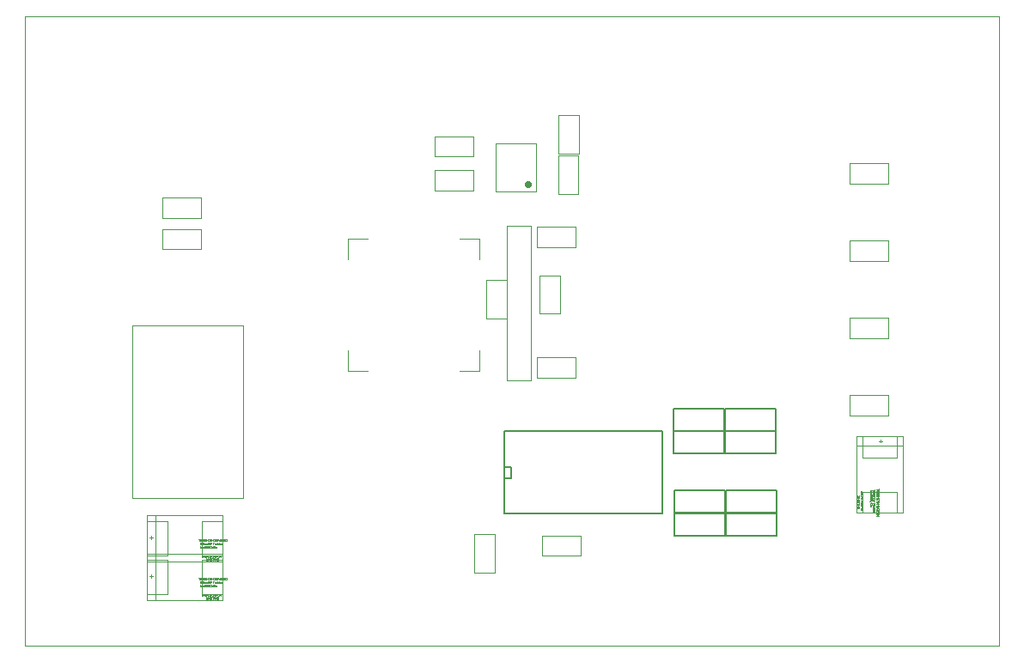
<source format=gbr>
%FSLAX34Y34*%
%MOMM*%
%LNSILK_TOP*%
G71*
G01*
%ADD10C, 0.100*%
%ADD11C, 0.150*%
%ADD12C, 0.700*%
%ADD13C, 0.110*%
%ADD14C, 0.020*%
%ADD15C, 0.000*%
%LPD*%
G54D10*
X339657Y-220088D02*
X319657Y-220088D01*
X319657Y-240088D01*
G54D10*
X339658Y-350088D02*
X319658Y-350088D01*
X319658Y-330088D01*
G54D10*
X429657Y-350088D02*
X449657Y-350088D01*
X449657Y-330088D01*
G54D10*
X429657Y-220088D02*
X449657Y-220088D01*
X449657Y-240088D01*
G54D10*
X500350Y-359625D02*
X476350Y-359625D01*
X476350Y-206725D01*
X500350Y-206725D01*
X500350Y-359625D01*
G54D10*
X544288Y-208138D02*
X544288Y-228138D01*
X506288Y-228138D01*
X506288Y-208138D01*
X544288Y-208138D01*
G54D10*
X544288Y-336725D02*
X544288Y-356725D01*
X506288Y-356725D01*
X506288Y-336725D01*
X544288Y-336725D01*
G54D10*
X1588Y-475D02*
X1588Y-621188D01*
G54D10*
X1588Y-621188D02*
X962025Y-621188D01*
X962025Y-475D01*
X1588Y-475D01*
G54D11*
X692100Y-512356D02*
X692100Y-490356D01*
X742100Y-490356D01*
X742100Y-512356D01*
X692100Y-512356D01*
G54D11*
X692100Y-490131D02*
X692100Y-468131D01*
X742100Y-468131D01*
X742100Y-490131D01*
X692100Y-490131D01*
G54D11*
X641300Y-512356D02*
X641300Y-490356D01*
X691300Y-490356D01*
X691300Y-512356D01*
X641300Y-512356D01*
G54D11*
X641300Y-490131D02*
X641300Y-468131D01*
X691300Y-468131D01*
X691300Y-490131D01*
X641300Y-490131D01*
G54D11*
X629988Y-490675D02*
X473988Y-490675D01*
X473988Y-409675D01*
X629988Y-409675D01*
X629988Y-490675D01*
G54D11*
X480588Y-455675D02*
X473988Y-455675D01*
X473988Y-444675D01*
X480588Y-444675D01*
X480588Y-455675D01*
G54D11*
X691306Y-431394D02*
X691306Y-409394D01*
X741306Y-409394D01*
X741306Y-431394D01*
X691306Y-431394D01*
G54D11*
X691306Y-409169D02*
X691306Y-387169D01*
X741306Y-387169D01*
X741306Y-409169D01*
X691306Y-409169D01*
G54D11*
X640506Y-431394D02*
X640506Y-409394D01*
X690506Y-409394D01*
X690506Y-431394D01*
X640506Y-431394D01*
G54D11*
X640506Y-409169D02*
X640506Y-387169D01*
X690506Y-387169D01*
X690506Y-409169D01*
X640506Y-409169D01*
G54D10*
X549075Y-512638D02*
X549075Y-532638D01*
X511075Y-532638D01*
X511075Y-512638D01*
X549075Y-512638D01*
G54D10*
X505619Y-173362D02*
X465619Y-173362D01*
X465619Y-125862D01*
X505619Y-125862D01*
X505619Y-173362D01*
X497919Y-166762D02*
G54D12*
D03*
G54D10*
X443506Y-118938D02*
X443506Y-138938D01*
X405506Y-138938D01*
X405506Y-118938D01*
X443506Y-118938D01*
G54D10*
X443506Y-152275D02*
X443506Y-172275D01*
X405506Y-172275D01*
X405506Y-152275D01*
X443506Y-152275D01*
G54D10*
X547225Y-175662D02*
X527225Y-175662D01*
X527225Y-137662D01*
X547225Y-137662D01*
X547225Y-175662D01*
G54D10*
X527294Y-97931D02*
X547294Y-97931D01*
X547294Y-135931D01*
X527294Y-135931D01*
X527294Y-97931D01*
G54D10*
X852262Y-145431D02*
X852262Y-165431D01*
X814262Y-165431D01*
X814262Y-145431D01*
X852262Y-145431D01*
G54D10*
X852262Y-221631D02*
X852262Y-241631D01*
X814262Y-241631D01*
X814262Y-221631D01*
X852262Y-221631D01*
G54D10*
X852262Y-297831D02*
X852262Y-317831D01*
X814262Y-317831D01*
X814262Y-297831D01*
X852262Y-297831D01*
G54D10*
X852262Y-374031D02*
X852262Y-394031D01*
X814262Y-394031D01*
X814262Y-374031D01*
X852262Y-374031D01*
G54D10*
X107156Y-475138D02*
X216694Y-475138D01*
X216694Y-305275D01*
X107156Y-305275D01*
X107156Y-475138D01*
G54D10*
X456650Y-260650D02*
X476650Y-260650D01*
X476650Y-298650D01*
X456650Y-298650D01*
X456650Y-260650D01*
G54D10*
X444744Y-511475D02*
X464744Y-511475D01*
X464744Y-549475D01*
X444744Y-549475D01*
X444744Y-511475D01*
G54D13*
X125954Y-512556D02*
X125954Y-516290D01*
G54D13*
X127509Y-514423D02*
X124398Y-514423D01*
G54D14*
X174031Y-520395D02*
X174698Y-519728D01*
X174698Y-521506D01*
G54D14*
X176298Y-520062D02*
X176298Y-521173D01*
X176165Y-521395D01*
X175898Y-521506D01*
X175631Y-521506D01*
X175365Y-521395D01*
X175231Y-521173D01*
X175231Y-520062D01*
X175365Y-519840D01*
X175631Y-519728D01*
X175898Y-519728D01*
X176165Y-519840D01*
X176298Y-520062D01*
G54D14*
X177898Y-520062D02*
X177898Y-521173D01*
X177765Y-521395D01*
X177498Y-521506D01*
X177231Y-521506D01*
X176965Y-521395D01*
X176831Y-521173D01*
X176831Y-520062D01*
X176965Y-519840D01*
X177231Y-519728D01*
X177498Y-519728D01*
X177765Y-519840D01*
X177898Y-520062D01*
G54D14*
X179231Y-520506D02*
X179231Y-521506D01*
G54D14*
X179231Y-521284D02*
X179098Y-521462D01*
X178831Y-521506D01*
X178565Y-521462D01*
X178431Y-521284D01*
X178431Y-520506D01*
G54D14*
X179731Y-520506D02*
X180798Y-521506D01*
G54D14*
X179731Y-521506D02*
X180798Y-520506D01*
G54D14*
X181331Y-520395D02*
X181998Y-519728D01*
X181998Y-521506D01*
G54D14*
X183598Y-520062D02*
X183598Y-521173D01*
X183465Y-521395D01*
X183198Y-521506D01*
X182931Y-521506D01*
X182665Y-521395D01*
X182531Y-521173D01*
X182531Y-520062D01*
X182665Y-519840D01*
X182931Y-519728D01*
X183198Y-519728D01*
X183465Y-519840D01*
X183598Y-520062D01*
G54D14*
X184131Y-519728D02*
X184798Y-521506D01*
X185465Y-519728D01*
G54D14*
X187365Y-521506D02*
X187365Y-519728D01*
G54D14*
X186831Y-519728D02*
X187898Y-519728D01*
G54D14*
X188431Y-520617D02*
X188698Y-520506D01*
X189018Y-520506D01*
X189231Y-520728D01*
X189231Y-521506D01*
G54D14*
X189231Y-521173D02*
X189098Y-520951D01*
X188831Y-520906D01*
X188565Y-520951D01*
X188431Y-521173D01*
X188485Y-521395D01*
X188698Y-521506D01*
X188831Y-521506D01*
X188885Y-521506D01*
X189098Y-521395D01*
X189231Y-521173D01*
G54D14*
X189731Y-521506D02*
X189731Y-520506D01*
G54D14*
X189731Y-520728D02*
X189865Y-520573D01*
X190131Y-520506D01*
X190398Y-520573D01*
X190531Y-520728D01*
X190531Y-521506D01*
G54D14*
X191298Y-519728D02*
X191298Y-521395D01*
X191431Y-521506D01*
X191565Y-521462D01*
G54D14*
X191031Y-520506D02*
X191565Y-520506D01*
G54D14*
X192031Y-520617D02*
X192298Y-520506D01*
X192618Y-520506D01*
X192831Y-520728D01*
X192831Y-521506D01*
G54D14*
X192831Y-521173D02*
X192698Y-520951D01*
X192431Y-520906D01*
X192165Y-520951D01*
X192031Y-521173D01*
X192085Y-521395D01*
X192298Y-521506D01*
X192431Y-521506D01*
X192485Y-521506D01*
X192698Y-521395D01*
X192831Y-521173D01*
G54D14*
X193331Y-521506D02*
X193331Y-519728D01*
G54D14*
X194631Y-520506D02*
X194631Y-521506D01*
G54D14*
X194631Y-521284D02*
X194498Y-521462D01*
X194231Y-521506D01*
X193965Y-521462D01*
X193831Y-521284D01*
X193831Y-520506D01*
G54D14*
X195131Y-521506D02*
X195131Y-520506D01*
G54D14*
X195131Y-520684D02*
X195398Y-520506D01*
X195665Y-520573D01*
X195798Y-520728D01*
X195798Y-521506D01*
G54D14*
X195798Y-520684D02*
X196065Y-520506D01*
X196331Y-520573D01*
X196465Y-520728D01*
X196465Y-521506D01*
G54D14*
X180948Y-536956D02*
X179881Y-536956D01*
X179881Y-536845D01*
X180014Y-536623D01*
X180814Y-535956D01*
X180948Y-535734D01*
X180948Y-535512D01*
X180814Y-535290D01*
X180548Y-535178D01*
X180281Y-535178D01*
X180014Y-535290D01*
X179881Y-535512D01*
G54D14*
X181481Y-536623D02*
X181614Y-536845D01*
X181881Y-536956D01*
X182148Y-536956D01*
X182414Y-536845D01*
X182548Y-536623D01*
X182548Y-536067D01*
X182548Y-535956D01*
X182148Y-536178D01*
X181881Y-536178D01*
X181614Y-536067D01*
X181481Y-535845D01*
X181481Y-535512D01*
X181614Y-535290D01*
X181881Y-535178D01*
X182148Y-535178D01*
X182414Y-535290D01*
X182548Y-535512D01*
X182548Y-536067D01*
G54D14*
X183081Y-535845D02*
X183748Y-535178D01*
X183748Y-536956D01*
G54D14*
X184948Y-536067D02*
X184681Y-536067D01*
X184414Y-535956D01*
X184281Y-535734D01*
X184281Y-535512D01*
X184414Y-535290D01*
X184681Y-535178D01*
X184948Y-535178D01*
X185214Y-535290D01*
X185348Y-535512D01*
X185348Y-535734D01*
X185214Y-535956D01*
X184948Y-536067D01*
X185214Y-536178D01*
X185348Y-536401D01*
X185348Y-536623D01*
X185214Y-536845D01*
X184948Y-536956D01*
X184681Y-536956D01*
X184414Y-536845D01*
X184281Y-536623D01*
X184281Y-536401D01*
X184414Y-536178D01*
X184681Y-536067D01*
G54D14*
X186381Y-535178D02*
X187448Y-535178D01*
X187314Y-535401D01*
X187048Y-535734D01*
X186781Y-536178D01*
X186648Y-536512D01*
X186648Y-536956D01*
G54D14*
X189048Y-535178D02*
X187981Y-535178D01*
X187981Y-535956D01*
X188114Y-535956D01*
X188381Y-535845D01*
X188648Y-535845D01*
X188914Y-535956D01*
X189048Y-536178D01*
X189048Y-536623D01*
X188914Y-536845D01*
X188648Y-536956D01*
X188381Y-536956D01*
X188114Y-536845D01*
X187981Y-536623D01*
G54D14*
X190381Y-536956D02*
X190381Y-535178D01*
X189581Y-536290D01*
X189581Y-536512D01*
X190648Y-536512D01*
G54D14*
X192248Y-535512D02*
X192114Y-535290D01*
X191848Y-535178D01*
X191581Y-535178D01*
X191314Y-535290D01*
X191181Y-535512D01*
X191181Y-536067D01*
X191181Y-536178D01*
X191581Y-535956D01*
X191848Y-535956D01*
X192114Y-536067D01*
X192248Y-536290D01*
X192248Y-536623D01*
X192114Y-536845D01*
X191848Y-536956D01*
X191581Y-536956D01*
X191314Y-536845D01*
X191181Y-536623D01*
X191181Y-536067D01*
G54D14*
X175681Y-533623D02*
X175815Y-533845D01*
X176081Y-533956D01*
X176348Y-533956D01*
X176615Y-533845D01*
X176748Y-533623D01*
X176748Y-533401D01*
X176615Y-533178D01*
X176348Y-533067D01*
X176081Y-533067D01*
X175815Y-532956D01*
X175681Y-532734D01*
X175681Y-532512D01*
X175815Y-532290D01*
X176081Y-532178D01*
X176348Y-532178D01*
X176615Y-532290D01*
X176748Y-532512D01*
G54D14*
X177281Y-533956D02*
X177281Y-532178D01*
X177948Y-533290D01*
X178615Y-532178D01*
X178615Y-533956D01*
G54D14*
X179081Y-533956D02*
X179081Y-532178D01*
X179748Y-532178D01*
X180015Y-532290D01*
X180148Y-532512D01*
X180148Y-533623D01*
X180015Y-533845D01*
X179748Y-533956D01*
X179081Y-533956D01*
G54D14*
X180681Y-533178D02*
X181748Y-533178D01*
G54D14*
X182281Y-533956D02*
X182281Y-532178D01*
X182948Y-532178D01*
X183215Y-532290D01*
X183348Y-532512D01*
X183348Y-533623D01*
X183215Y-533845D01*
X182948Y-533956D01*
X182281Y-533956D01*
G54D14*
X184381Y-532178D02*
X185448Y-532178D01*
X185315Y-532401D01*
X185048Y-532734D01*
X184781Y-533178D01*
X184648Y-533512D01*
X184648Y-533956D01*
G54D14*
X185981Y-532512D02*
X186115Y-532290D01*
X186381Y-532178D01*
X186648Y-532178D01*
X186915Y-532290D01*
X187048Y-532512D01*
X187048Y-532734D01*
X186915Y-532956D01*
X186648Y-533067D01*
X186915Y-533178D01*
X187048Y-533401D01*
X187048Y-533623D01*
X186915Y-533845D01*
X186648Y-533956D01*
X186381Y-533956D01*
X186115Y-533845D01*
X185981Y-533623D01*
G54D14*
X188381Y-533956D02*
X188381Y-532178D01*
X187581Y-533290D01*
X187581Y-533512D01*
X188648Y-533512D01*
G54D14*
X189181Y-532845D02*
X189848Y-532178D01*
X189848Y-533956D01*
G54D14*
X190381Y-533178D02*
X191448Y-533178D01*
G54D14*
X191981Y-532512D02*
X192115Y-532290D01*
X192381Y-532178D01*
X192648Y-532178D01*
X192915Y-532290D01*
X193048Y-532512D01*
X193048Y-532734D01*
X192915Y-532956D01*
X192648Y-533067D01*
X192915Y-533178D01*
X193048Y-533401D01*
X193048Y-533623D01*
X192915Y-533845D01*
X192648Y-533956D01*
X192381Y-533956D01*
X192115Y-533845D01*
X191981Y-533623D01*
G54D14*
X193581Y-532845D02*
X194248Y-532178D01*
X194248Y-533956D01*
G54D15*
X121531Y-492056D02*
X196531Y-492056D01*
X196531Y-538056D01*
X121531Y-538056D01*
X121531Y-492056D01*
G54D15*
X121531Y-498056D02*
X142031Y-498056D01*
X142031Y-532056D01*
X121531Y-532056D01*
G54D15*
X196531Y-532056D02*
X176031Y-532056D01*
X176031Y-498056D01*
X196531Y-498056D01*
G54D15*
X130531Y-492056D02*
X130531Y-538056D01*
G54D14*
X173577Y-518006D02*
X173577Y-516228D01*
G54D14*
X173044Y-516228D02*
X174110Y-516228D01*
G54D14*
X175444Y-518006D02*
X175444Y-516228D01*
X174644Y-517340D01*
X174644Y-517562D01*
X175710Y-517562D01*
G54D14*
X176244Y-517673D02*
X176377Y-517895D01*
X176644Y-518006D01*
X176910Y-518006D01*
X177177Y-517895D01*
X177310Y-517673D01*
X177310Y-517117D01*
X177310Y-517006D01*
X176910Y-517228D01*
X176644Y-517228D01*
X176377Y-517117D01*
X176244Y-516895D01*
X176244Y-516562D01*
X176377Y-516340D01*
X176644Y-516228D01*
X176910Y-516228D01*
X177177Y-516340D01*
X177310Y-516562D01*
X177310Y-517117D01*
G54D14*
X178910Y-516228D02*
X177844Y-516228D01*
X177844Y-517006D01*
X177977Y-517006D01*
X178244Y-516895D01*
X178510Y-516895D01*
X178777Y-517006D01*
X178910Y-517228D01*
X178910Y-517673D01*
X178777Y-517895D01*
X178510Y-518006D01*
X178244Y-518006D01*
X177977Y-517895D01*
X177844Y-517673D01*
G54D14*
X179444Y-518006D02*
X179444Y-516228D01*
X180110Y-516228D01*
X180377Y-516340D01*
X180510Y-516562D01*
X180510Y-517673D01*
X180377Y-517895D01*
X180110Y-518006D01*
X179444Y-518006D01*
G54D14*
X181044Y-516895D02*
X181710Y-516228D01*
X181710Y-518006D01*
G54D14*
X183310Y-516562D02*
X183310Y-517673D01*
X183177Y-517895D01*
X182910Y-518006D01*
X182644Y-518006D01*
X182377Y-517895D01*
X182244Y-517673D01*
X182244Y-516562D01*
X182377Y-516340D01*
X182644Y-516228D01*
X182910Y-516228D01*
X183177Y-516340D01*
X183310Y-516562D01*
G54D14*
X183844Y-516228D02*
X184910Y-516228D01*
X184777Y-516451D01*
X184510Y-516784D01*
X184244Y-517228D01*
X184110Y-517562D01*
X184110Y-518006D01*
G54D14*
X185444Y-518006D02*
X185444Y-516228D01*
X186110Y-517340D01*
X186777Y-516228D01*
X186777Y-518006D01*
G54D14*
X188310Y-516562D02*
X188310Y-517673D01*
X188177Y-517895D01*
X187910Y-518006D01*
X187644Y-518006D01*
X187377Y-517895D01*
X187244Y-517673D01*
X187244Y-516562D01*
X187377Y-516340D01*
X187644Y-516228D01*
X187910Y-516228D01*
X188177Y-516340D01*
X188310Y-516562D01*
G54D14*
X188844Y-516895D02*
X189510Y-516228D01*
X189510Y-518006D01*
G54D14*
X191110Y-516562D02*
X191110Y-517673D01*
X190977Y-517895D01*
X190710Y-518006D01*
X190444Y-518006D01*
X190177Y-517895D01*
X190044Y-517673D01*
X190044Y-516562D01*
X190177Y-516340D01*
X190444Y-516228D01*
X190710Y-516228D01*
X190977Y-516340D01*
X191110Y-516562D01*
G54D14*
X191644Y-518006D02*
X192310Y-516228D01*
X192977Y-518006D01*
G54D14*
X191910Y-517340D02*
X192710Y-517340D01*
G54D14*
X193977Y-518006D02*
X193977Y-516228D01*
G54D14*
X193444Y-516228D02*
X194510Y-516228D01*
G54D14*
X195977Y-518006D02*
X195044Y-518006D01*
X195044Y-516228D01*
X195977Y-516228D01*
G54D14*
X195044Y-517117D02*
X195977Y-517117D01*
G54D14*
X196444Y-516895D02*
X197110Y-516228D01*
X197110Y-518006D01*
G54D14*
X198710Y-516562D02*
X198710Y-517673D01*
X198577Y-517895D01*
X198310Y-518006D01*
X198044Y-518006D01*
X197777Y-517895D01*
X197644Y-517673D01*
X197644Y-516562D01*
X197777Y-516340D01*
X198044Y-516228D01*
X198310Y-516228D01*
X198577Y-516340D01*
X198710Y-516562D01*
G54D14*
X200310Y-516562D02*
X200310Y-517673D01*
X200177Y-517895D01*
X199910Y-518006D01*
X199644Y-518006D01*
X199377Y-517895D01*
X199244Y-517673D01*
X199244Y-516562D01*
X199377Y-516340D01*
X199644Y-516228D01*
X199910Y-516228D01*
X200177Y-516340D01*
X200310Y-516562D01*
G54D14*
X174594Y-524606D02*
X174594Y-522828D01*
G54D14*
X175894Y-524340D02*
X175894Y-523895D01*
X175761Y-523673D01*
X175494Y-523606D01*
X175227Y-523673D01*
X175094Y-523895D01*
X175094Y-524340D01*
X175227Y-524562D01*
X175494Y-524606D01*
X175761Y-524562D01*
X175894Y-524340D01*
G54D14*
X176394Y-523606D02*
X176794Y-524606D01*
X177194Y-523606D01*
X177594Y-524606D01*
X177861Y-523606D01*
G54D14*
X179827Y-524606D02*
X178894Y-524606D01*
X178894Y-522828D01*
X179827Y-522828D01*
G54D14*
X178894Y-523717D02*
X179827Y-523717D01*
G54D14*
X180294Y-524273D02*
X180427Y-524495D01*
X180694Y-524606D01*
X180961Y-524606D01*
X181227Y-524495D01*
X181361Y-524273D01*
X181361Y-524051D01*
X181227Y-523828D01*
X180961Y-523717D01*
X180694Y-523717D01*
X180427Y-523606D01*
X180294Y-523384D01*
X180294Y-523162D01*
X180427Y-522940D01*
X180694Y-522828D01*
X180961Y-522828D01*
X181227Y-522940D01*
X181361Y-523162D01*
G54D14*
X182427Y-523717D02*
X182827Y-523940D01*
X182961Y-524162D01*
X182961Y-524606D01*
G54D14*
X181894Y-524606D02*
X181894Y-522828D01*
X182561Y-522828D01*
X182827Y-522940D01*
X182961Y-523162D01*
X182961Y-523384D01*
X182827Y-523606D01*
X182561Y-523717D01*
X181894Y-523717D01*
G54D14*
X185061Y-523162D02*
X185061Y-524273D01*
X184927Y-524495D01*
X184661Y-524606D01*
X184394Y-524606D01*
X184127Y-524495D01*
X183994Y-524273D01*
X183994Y-523162D01*
X184127Y-522940D01*
X184394Y-522828D01*
X184661Y-522828D01*
X184927Y-522940D01*
X185061Y-523162D01*
G54D14*
X185861Y-524606D02*
X185861Y-524828D01*
X185727Y-525051D01*
X185594Y-525051D01*
G54D14*
X186394Y-523495D02*
X187061Y-522828D01*
X187061Y-524606D01*
G54D14*
X188661Y-523162D02*
X188661Y-524273D01*
X188527Y-524495D01*
X188261Y-524606D01*
X187994Y-524606D01*
X187727Y-524495D01*
X187594Y-524273D01*
X187594Y-523162D01*
X187727Y-522940D01*
X187994Y-522828D01*
X188261Y-522828D01*
X188527Y-522940D01*
X188661Y-523162D01*
G54D14*
X189194Y-524606D02*
X189194Y-523606D01*
G54D14*
X189194Y-523784D02*
X189461Y-523606D01*
X189727Y-523673D01*
X189861Y-523828D01*
X189861Y-524606D01*
G54D14*
X189861Y-523784D02*
X190127Y-523606D01*
X190394Y-523673D01*
X190527Y-523828D01*
X190527Y-524606D01*
G54D13*
X125954Y-550656D02*
X125954Y-554390D01*
G54D13*
X127509Y-552523D02*
X124398Y-552523D01*
G54D14*
X174031Y-558495D02*
X174698Y-557828D01*
X174698Y-559606D01*
G54D14*
X176298Y-558162D02*
X176298Y-559273D01*
X176165Y-559495D01*
X175898Y-559606D01*
X175631Y-559606D01*
X175365Y-559495D01*
X175231Y-559273D01*
X175231Y-558162D01*
X175365Y-557940D01*
X175631Y-557828D01*
X175898Y-557828D01*
X176165Y-557940D01*
X176298Y-558162D01*
G54D14*
X177898Y-558162D02*
X177898Y-559273D01*
X177765Y-559495D01*
X177498Y-559606D01*
X177231Y-559606D01*
X176965Y-559495D01*
X176831Y-559273D01*
X176831Y-558162D01*
X176965Y-557940D01*
X177231Y-557828D01*
X177498Y-557828D01*
X177765Y-557940D01*
X177898Y-558162D01*
G54D14*
X179231Y-558606D02*
X179231Y-559606D01*
G54D14*
X179231Y-559384D02*
X179098Y-559562D01*
X178831Y-559606D01*
X178565Y-559562D01*
X178431Y-559384D01*
X178431Y-558606D01*
G54D14*
X179731Y-558606D02*
X180798Y-559606D01*
G54D14*
X179731Y-559606D02*
X180798Y-558606D01*
G54D14*
X181331Y-558495D02*
X181998Y-557828D01*
X181998Y-559606D01*
G54D14*
X183598Y-558162D02*
X183598Y-559273D01*
X183465Y-559495D01*
X183198Y-559606D01*
X182931Y-559606D01*
X182665Y-559495D01*
X182531Y-559273D01*
X182531Y-558162D01*
X182665Y-557940D01*
X182931Y-557828D01*
X183198Y-557828D01*
X183465Y-557940D01*
X183598Y-558162D01*
G54D14*
X184131Y-557828D02*
X184798Y-559606D01*
X185465Y-557828D01*
G54D14*
X187365Y-559606D02*
X187365Y-557828D01*
G54D14*
X186831Y-557828D02*
X187898Y-557828D01*
G54D14*
X188431Y-558717D02*
X188698Y-558606D01*
X189018Y-558606D01*
X189231Y-558828D01*
X189231Y-559606D01*
G54D14*
X189231Y-559273D02*
X189098Y-559051D01*
X188831Y-559006D01*
X188565Y-559051D01*
X188431Y-559273D01*
X188485Y-559495D01*
X188698Y-559606D01*
X188831Y-559606D01*
X188885Y-559606D01*
X189098Y-559495D01*
X189231Y-559273D01*
G54D14*
X189731Y-559606D02*
X189731Y-558606D01*
G54D14*
X189731Y-558828D02*
X189865Y-558673D01*
X190131Y-558606D01*
X190398Y-558673D01*
X190531Y-558828D01*
X190531Y-559606D01*
G54D14*
X191298Y-557828D02*
X191298Y-559495D01*
X191431Y-559606D01*
X191565Y-559562D01*
G54D14*
X191031Y-558606D02*
X191565Y-558606D01*
G54D14*
X192031Y-558717D02*
X192298Y-558606D01*
X192618Y-558606D01*
X192831Y-558828D01*
X192831Y-559606D01*
G54D14*
X192831Y-559273D02*
X192698Y-559051D01*
X192431Y-559006D01*
X192165Y-559051D01*
X192031Y-559273D01*
X192085Y-559495D01*
X192298Y-559606D01*
X192431Y-559606D01*
X192485Y-559606D01*
X192698Y-559495D01*
X192831Y-559273D01*
G54D14*
X193331Y-559606D02*
X193331Y-557828D01*
G54D14*
X194631Y-558606D02*
X194631Y-559606D01*
G54D14*
X194631Y-559384D02*
X194498Y-559562D01*
X194231Y-559606D01*
X193965Y-559562D01*
X193831Y-559384D01*
X193831Y-558606D01*
G54D14*
X195131Y-559606D02*
X195131Y-558606D01*
G54D14*
X195131Y-558784D02*
X195398Y-558606D01*
X195665Y-558673D01*
X195798Y-558828D01*
X195798Y-559606D01*
G54D14*
X195798Y-558784D02*
X196065Y-558606D01*
X196331Y-558673D01*
X196465Y-558828D01*
X196465Y-559606D01*
G54D14*
X180948Y-575056D02*
X179881Y-575056D01*
X179881Y-574945D01*
X180014Y-574723D01*
X180814Y-574056D01*
X180948Y-573834D01*
X180948Y-573612D01*
X180814Y-573390D01*
X180548Y-573278D01*
X180281Y-573278D01*
X180014Y-573390D01*
X179881Y-573612D01*
G54D14*
X181481Y-574723D02*
X181614Y-574945D01*
X181881Y-575056D01*
X182148Y-575056D01*
X182414Y-574945D01*
X182548Y-574723D01*
X182548Y-574167D01*
X182548Y-574056D01*
X182148Y-574278D01*
X181881Y-574278D01*
X181614Y-574167D01*
X181481Y-573945D01*
X181481Y-573612D01*
X181614Y-573390D01*
X181881Y-573278D01*
X182148Y-573278D01*
X182414Y-573390D01*
X182548Y-573612D01*
X182548Y-574167D01*
G54D14*
X183081Y-573945D02*
X183748Y-573278D01*
X183748Y-575056D01*
G54D14*
X184948Y-574167D02*
X184681Y-574167D01*
X184414Y-574056D01*
X184281Y-573834D01*
X184281Y-573612D01*
X184414Y-573390D01*
X184681Y-573278D01*
X184948Y-573278D01*
X185214Y-573390D01*
X185348Y-573612D01*
X185348Y-573834D01*
X185214Y-574056D01*
X184948Y-574167D01*
X185214Y-574278D01*
X185348Y-574501D01*
X185348Y-574723D01*
X185214Y-574945D01*
X184948Y-575056D01*
X184681Y-575056D01*
X184414Y-574945D01*
X184281Y-574723D01*
X184281Y-574501D01*
X184414Y-574278D01*
X184681Y-574167D01*
G54D14*
X186381Y-573278D02*
X187448Y-573278D01*
X187314Y-573501D01*
X187048Y-573834D01*
X186781Y-574278D01*
X186648Y-574612D01*
X186648Y-575056D01*
G54D14*
X189048Y-573278D02*
X187981Y-573278D01*
X187981Y-574056D01*
X188114Y-574056D01*
X188381Y-573945D01*
X188648Y-573945D01*
X188914Y-574056D01*
X189048Y-574278D01*
X189048Y-574723D01*
X188914Y-574945D01*
X188648Y-575056D01*
X188381Y-575056D01*
X188114Y-574945D01*
X187981Y-574723D01*
G54D14*
X190381Y-575056D02*
X190381Y-573278D01*
X189581Y-574390D01*
X189581Y-574612D01*
X190648Y-574612D01*
G54D14*
X192248Y-573612D02*
X192114Y-573390D01*
X191848Y-573278D01*
X191581Y-573278D01*
X191314Y-573390D01*
X191181Y-573612D01*
X191181Y-574167D01*
X191181Y-574278D01*
X191581Y-574056D01*
X191848Y-574056D01*
X192114Y-574167D01*
X192248Y-574390D01*
X192248Y-574723D01*
X192114Y-574945D01*
X191848Y-575056D01*
X191581Y-575056D01*
X191314Y-574945D01*
X191181Y-574723D01*
X191181Y-574167D01*
G54D14*
X175681Y-571723D02*
X175815Y-571945D01*
X176081Y-572056D01*
X176348Y-572056D01*
X176615Y-571945D01*
X176748Y-571723D01*
X176748Y-571501D01*
X176615Y-571278D01*
X176348Y-571167D01*
X176081Y-571167D01*
X175815Y-571056D01*
X175681Y-570834D01*
X175681Y-570612D01*
X175815Y-570390D01*
X176081Y-570278D01*
X176348Y-570278D01*
X176615Y-570390D01*
X176748Y-570612D01*
G54D14*
X177281Y-572056D02*
X177281Y-570278D01*
X177948Y-571390D01*
X178615Y-570278D01*
X178615Y-572056D01*
G54D14*
X179081Y-572056D02*
X179081Y-570278D01*
X179748Y-570278D01*
X180015Y-570390D01*
X180148Y-570612D01*
X180148Y-571723D01*
X180015Y-571945D01*
X179748Y-572056D01*
X179081Y-572056D01*
G54D14*
X180681Y-571278D02*
X181748Y-571278D01*
G54D14*
X182281Y-572056D02*
X182281Y-570278D01*
X182948Y-570278D01*
X183215Y-570390D01*
X183348Y-570612D01*
X183348Y-571723D01*
X183215Y-571945D01*
X182948Y-572056D01*
X182281Y-572056D01*
G54D14*
X184381Y-570278D02*
X185448Y-570278D01*
X185315Y-570501D01*
X185048Y-570834D01*
X184781Y-571278D01*
X184648Y-571612D01*
X184648Y-572056D01*
G54D14*
X185981Y-570612D02*
X186115Y-570390D01*
X186381Y-570278D01*
X186648Y-570278D01*
X186915Y-570390D01*
X187048Y-570612D01*
X187048Y-570834D01*
X186915Y-571056D01*
X186648Y-571167D01*
X186915Y-571278D01*
X187048Y-571501D01*
X187048Y-571723D01*
X186915Y-571945D01*
X186648Y-572056D01*
X186381Y-572056D01*
X186115Y-571945D01*
X185981Y-571723D01*
G54D14*
X188381Y-572056D02*
X188381Y-570278D01*
X187581Y-571390D01*
X187581Y-571612D01*
X188648Y-571612D01*
G54D14*
X189181Y-570945D02*
X189848Y-570278D01*
X189848Y-572056D01*
G54D14*
X190381Y-571278D02*
X191448Y-571278D01*
G54D14*
X191981Y-570612D02*
X192115Y-570390D01*
X192381Y-570278D01*
X192648Y-570278D01*
X192915Y-570390D01*
X193048Y-570612D01*
X193048Y-570834D01*
X192915Y-571056D01*
X192648Y-571167D01*
X192915Y-571278D01*
X193048Y-571501D01*
X193048Y-571723D01*
X192915Y-571945D01*
X192648Y-572056D01*
X192381Y-572056D01*
X192115Y-571945D01*
X191981Y-571723D01*
G54D14*
X193581Y-570945D02*
X194248Y-570278D01*
X194248Y-572056D01*
G54D15*
X121531Y-530156D02*
X196531Y-530156D01*
X196531Y-576156D01*
X121531Y-576156D01*
X121531Y-530156D01*
G54D15*
X121531Y-536156D02*
X142031Y-536156D01*
X142031Y-570156D01*
X121531Y-570156D01*
G54D15*
X196531Y-570156D02*
X176031Y-570156D01*
X176031Y-536156D01*
X196531Y-536156D01*
G54D15*
X130531Y-530156D02*
X130531Y-576156D01*
G54D14*
X173577Y-556106D02*
X173577Y-554328D01*
G54D14*
X173044Y-554328D02*
X174110Y-554328D01*
G54D14*
X175444Y-556106D02*
X175444Y-554328D01*
X174644Y-555440D01*
X174644Y-555662D01*
X175710Y-555662D01*
G54D14*
X176244Y-555773D02*
X176377Y-555995D01*
X176644Y-556106D01*
X176910Y-556106D01*
X177177Y-555995D01*
X177310Y-555773D01*
X177310Y-555217D01*
X177310Y-555106D01*
X176910Y-555328D01*
X176644Y-555328D01*
X176377Y-555217D01*
X176244Y-554995D01*
X176244Y-554662D01*
X176377Y-554440D01*
X176644Y-554328D01*
X176910Y-554328D01*
X177177Y-554440D01*
X177310Y-554662D01*
X177310Y-555217D01*
G54D14*
X178910Y-554328D02*
X177844Y-554328D01*
X177844Y-555106D01*
X177977Y-555106D01*
X178244Y-554995D01*
X178510Y-554995D01*
X178777Y-555106D01*
X178910Y-555328D01*
X178910Y-555773D01*
X178777Y-555995D01*
X178510Y-556106D01*
X178244Y-556106D01*
X177977Y-555995D01*
X177844Y-555773D01*
G54D14*
X179444Y-556106D02*
X179444Y-554328D01*
X180110Y-554328D01*
X180377Y-554440D01*
X180510Y-554662D01*
X180510Y-555773D01*
X180377Y-555995D01*
X180110Y-556106D01*
X179444Y-556106D01*
G54D14*
X181044Y-554995D02*
X181710Y-554328D01*
X181710Y-556106D01*
G54D14*
X183310Y-554662D02*
X183310Y-555773D01*
X183177Y-555995D01*
X182910Y-556106D01*
X182644Y-556106D01*
X182377Y-555995D01*
X182244Y-555773D01*
X182244Y-554662D01*
X182377Y-554440D01*
X182644Y-554328D01*
X182910Y-554328D01*
X183177Y-554440D01*
X183310Y-554662D01*
G54D14*
X183844Y-554328D02*
X184910Y-554328D01*
X184777Y-554551D01*
X184510Y-554884D01*
X184244Y-555328D01*
X184110Y-555662D01*
X184110Y-556106D01*
G54D14*
X185444Y-556106D02*
X185444Y-554328D01*
X186110Y-555440D01*
X186777Y-554328D01*
X186777Y-556106D01*
G54D14*
X188310Y-554662D02*
X188310Y-555773D01*
X188177Y-555995D01*
X187910Y-556106D01*
X187644Y-556106D01*
X187377Y-555995D01*
X187244Y-555773D01*
X187244Y-554662D01*
X187377Y-554440D01*
X187644Y-554328D01*
X187910Y-554328D01*
X188177Y-554440D01*
X188310Y-554662D01*
G54D14*
X188844Y-554995D02*
X189510Y-554328D01*
X189510Y-556106D01*
G54D14*
X191110Y-554662D02*
X191110Y-555773D01*
X190977Y-555995D01*
X190710Y-556106D01*
X190444Y-556106D01*
X190177Y-555995D01*
X190044Y-555773D01*
X190044Y-554662D01*
X190177Y-554440D01*
X190444Y-554328D01*
X190710Y-554328D01*
X190977Y-554440D01*
X191110Y-554662D01*
G54D14*
X191644Y-556106D02*
X192310Y-554328D01*
X192977Y-556106D01*
G54D14*
X191910Y-555440D02*
X192710Y-555440D01*
G54D14*
X193977Y-556106D02*
X193977Y-554328D01*
G54D14*
X193444Y-554328D02*
X194510Y-554328D01*
G54D14*
X195977Y-556106D02*
X195044Y-556106D01*
X195044Y-554328D01*
X195977Y-554328D01*
G54D14*
X195044Y-555217D02*
X195977Y-555217D01*
G54D14*
X196444Y-554995D02*
X197110Y-554328D01*
X197110Y-556106D01*
G54D14*
X198710Y-554662D02*
X198710Y-555773D01*
X198577Y-555995D01*
X198310Y-556106D01*
X198044Y-556106D01*
X197777Y-555995D01*
X197644Y-555773D01*
X197644Y-554662D01*
X197777Y-554440D01*
X198044Y-554328D01*
X198310Y-554328D01*
X198577Y-554440D01*
X198710Y-554662D01*
G54D14*
X200310Y-554662D02*
X200310Y-555773D01*
X200177Y-555995D01*
X199910Y-556106D01*
X199644Y-556106D01*
X199377Y-555995D01*
X199244Y-555773D01*
X199244Y-554662D01*
X199377Y-554440D01*
X199644Y-554328D01*
X199910Y-554328D01*
X200177Y-554440D01*
X200310Y-554662D01*
G54D14*
X174594Y-562706D02*
X174594Y-560928D01*
G54D14*
X175894Y-562440D02*
X175894Y-561995D01*
X175761Y-561773D01*
X175494Y-561706D01*
X175227Y-561773D01*
X175094Y-561995D01*
X175094Y-562440D01*
X175227Y-562662D01*
X175494Y-562706D01*
X175761Y-562662D01*
X175894Y-562440D01*
G54D14*
X176394Y-561706D02*
X176794Y-562706D01*
X177194Y-561706D01*
X177594Y-562706D01*
X177861Y-561706D01*
G54D14*
X179827Y-562706D02*
X178894Y-562706D01*
X178894Y-560928D01*
X179827Y-560928D01*
G54D14*
X178894Y-561817D02*
X179827Y-561817D01*
G54D14*
X180294Y-562373D02*
X180427Y-562595D01*
X180694Y-562706D01*
X180961Y-562706D01*
X181227Y-562595D01*
X181361Y-562373D01*
X181361Y-562151D01*
X181227Y-561928D01*
X180961Y-561817D01*
X180694Y-561817D01*
X180427Y-561706D01*
X180294Y-561484D01*
X180294Y-561262D01*
X180427Y-561040D01*
X180694Y-560928D01*
X180961Y-560928D01*
X181227Y-561040D01*
X181361Y-561262D01*
G54D14*
X182427Y-561817D02*
X182827Y-562040D01*
X182961Y-562262D01*
X182961Y-562706D01*
G54D14*
X181894Y-562706D02*
X181894Y-560928D01*
X182561Y-560928D01*
X182827Y-561040D01*
X182961Y-561262D01*
X182961Y-561484D01*
X182827Y-561706D01*
X182561Y-561817D01*
X181894Y-561817D01*
G54D14*
X185061Y-561262D02*
X185061Y-562373D01*
X184927Y-562595D01*
X184661Y-562706D01*
X184394Y-562706D01*
X184127Y-562595D01*
X183994Y-562373D01*
X183994Y-561262D01*
X184127Y-561040D01*
X184394Y-560928D01*
X184661Y-560928D01*
X184927Y-561040D01*
X185061Y-561262D01*
G54D14*
X185861Y-562706D02*
X185861Y-562928D01*
X185727Y-563151D01*
X185594Y-563151D01*
G54D14*
X186394Y-561595D02*
X187061Y-560928D01*
X187061Y-562706D01*
G54D14*
X188661Y-561262D02*
X188661Y-562373D01*
X188527Y-562595D01*
X188261Y-562706D01*
X187994Y-562706D01*
X187727Y-562595D01*
X187594Y-562373D01*
X187594Y-561262D01*
X187727Y-561040D01*
X187994Y-560928D01*
X188261Y-560928D01*
X188527Y-561040D01*
X188661Y-561262D01*
G54D14*
X189194Y-562706D02*
X189194Y-561706D01*
G54D14*
X189194Y-561884D02*
X189461Y-561706D01*
X189727Y-561773D01*
X189861Y-561928D01*
X189861Y-562706D01*
G54D14*
X189861Y-561884D02*
X190127Y-561706D01*
X190394Y-561773D01*
X190527Y-561928D01*
X190527Y-562706D01*
G54D13*
X846500Y-419347D02*
X842767Y-419347D01*
G54D13*
X844633Y-420903D02*
X844633Y-417791D01*
G54D14*
X838661Y-467425D02*
X839328Y-468092D01*
X837550Y-468092D01*
G54D14*
X838994Y-469692D02*
X837883Y-469692D01*
X837661Y-469558D01*
X837550Y-469292D01*
X837550Y-469025D01*
X837661Y-468758D01*
X837883Y-468625D01*
X838994Y-468625D01*
X839217Y-468758D01*
X839328Y-469025D01*
X839328Y-469292D01*
X839217Y-469558D01*
X838994Y-469692D01*
G54D14*
X838994Y-471292D02*
X837883Y-471292D01*
X837661Y-471158D01*
X837550Y-470892D01*
X837550Y-470625D01*
X837661Y-470358D01*
X837883Y-470225D01*
X838994Y-470225D01*
X839217Y-470358D01*
X839328Y-470625D01*
X839328Y-470892D01*
X839217Y-471158D01*
X838994Y-471292D01*
G54D14*
X838550Y-472625D02*
X837550Y-472625D01*
G54D14*
X837772Y-472625D02*
X837594Y-472492D01*
X837550Y-472225D01*
X837594Y-471958D01*
X837772Y-471825D01*
X838550Y-471825D01*
G54D14*
X838550Y-473125D02*
X837550Y-474192D01*
G54D14*
X837550Y-473125D02*
X838550Y-474192D01*
G54D14*
X838661Y-474725D02*
X839328Y-475392D01*
X837550Y-475392D01*
G54D14*
X838994Y-476992D02*
X837883Y-476992D01*
X837661Y-476858D01*
X837550Y-476592D01*
X837550Y-476325D01*
X837661Y-476058D01*
X837883Y-475925D01*
X838994Y-475925D01*
X839217Y-476058D01*
X839328Y-476325D01*
X839328Y-476592D01*
X839217Y-476858D01*
X838994Y-476992D01*
G54D14*
X839328Y-477525D02*
X837550Y-478192D01*
X839328Y-478858D01*
G54D14*
X837550Y-480758D02*
X839328Y-480758D01*
G54D14*
X839328Y-480225D02*
X839328Y-481292D01*
G54D14*
X838439Y-481825D02*
X838550Y-482092D01*
X838550Y-482412D01*
X838328Y-482625D01*
X837550Y-482625D01*
G54D14*
X837883Y-482625D02*
X838106Y-482492D01*
X838150Y-482225D01*
X838106Y-481958D01*
X837883Y-481825D01*
X837661Y-481878D01*
X837550Y-482092D01*
X837550Y-482225D01*
X837550Y-482278D01*
X837661Y-482492D01*
X837883Y-482625D01*
G54D14*
X837550Y-483125D02*
X838550Y-483125D01*
G54D14*
X838328Y-483125D02*
X838483Y-483258D01*
X838550Y-483525D01*
X838483Y-483792D01*
X838328Y-483925D01*
X837550Y-483925D01*
G54D14*
X839328Y-484692D02*
X837661Y-484692D01*
X837550Y-484825D01*
X837594Y-484958D01*
G54D14*
X838550Y-484425D02*
X838550Y-484958D01*
G54D14*
X838439Y-485425D02*
X838550Y-485692D01*
X838550Y-486012D01*
X838328Y-486225D01*
X837550Y-486225D01*
G54D14*
X837883Y-486225D02*
X838106Y-486092D01*
X838150Y-485825D01*
X838106Y-485558D01*
X837883Y-485425D01*
X837661Y-485478D01*
X837550Y-485692D01*
X837550Y-485825D01*
X837550Y-485878D01*
X837661Y-486092D01*
X837883Y-486225D01*
G54D14*
X837550Y-486725D02*
X839328Y-486725D01*
G54D14*
X838550Y-488025D02*
X837550Y-488025D01*
G54D14*
X837772Y-488025D02*
X837594Y-487892D01*
X837550Y-487625D01*
X837594Y-487358D01*
X837772Y-487225D01*
X838550Y-487225D01*
G54D14*
X837550Y-488525D02*
X838550Y-488525D01*
G54D14*
X838372Y-488525D02*
X838550Y-488792D01*
X838483Y-489058D01*
X838328Y-489192D01*
X837550Y-489192D01*
G54D14*
X838372Y-489192D02*
X838550Y-489458D01*
X838483Y-489725D01*
X838328Y-489858D01*
X837550Y-489858D01*
G54D14*
X822100Y-474342D02*
X822100Y-473275D01*
X822211Y-473275D01*
X822433Y-473408D01*
X823100Y-474208D01*
X823322Y-474342D01*
X823544Y-474342D01*
X823767Y-474208D01*
X823878Y-473942D01*
X823878Y-473675D01*
X823767Y-473408D01*
X823544Y-473275D01*
G54D14*
X822433Y-474875D02*
X822211Y-475008D01*
X822100Y-475275D01*
X822100Y-475542D01*
X822211Y-475808D01*
X822433Y-475942D01*
X822989Y-475942D01*
X823100Y-475942D01*
X822878Y-475542D01*
X822878Y-475275D01*
X822989Y-475008D01*
X823211Y-474875D01*
X823544Y-474875D01*
X823767Y-475008D01*
X823878Y-475275D01*
X823878Y-475542D01*
X823767Y-475808D01*
X823544Y-475942D01*
X822989Y-475942D01*
G54D14*
X823211Y-476475D02*
X823878Y-477142D01*
X822100Y-477142D01*
G54D14*
X822989Y-478342D02*
X822989Y-478075D01*
X823100Y-477808D01*
X823322Y-477675D01*
X823544Y-477675D01*
X823767Y-477808D01*
X823878Y-478075D01*
X823878Y-478342D01*
X823767Y-478608D01*
X823544Y-478742D01*
X823322Y-478742D01*
X823100Y-478608D01*
X822989Y-478342D01*
X822878Y-478608D01*
X822656Y-478742D01*
X822433Y-478742D01*
X822211Y-478608D01*
X822100Y-478342D01*
X822100Y-478075D01*
X822211Y-477808D01*
X822433Y-477675D01*
X822656Y-477675D01*
X822878Y-477808D01*
X822989Y-478075D01*
G54D14*
X823878Y-479775D02*
X823878Y-480842D01*
X823656Y-480708D01*
X823322Y-480442D01*
X822878Y-480175D01*
X822544Y-480042D01*
X822100Y-480042D01*
G54D14*
X823878Y-482442D02*
X823878Y-481375D01*
X823100Y-481375D01*
X823100Y-481508D01*
X823211Y-481775D01*
X823211Y-482042D01*
X823100Y-482308D01*
X822878Y-482442D01*
X822433Y-482442D01*
X822211Y-482308D01*
X822100Y-482042D01*
X822100Y-481775D01*
X822211Y-481508D01*
X822433Y-481375D01*
G54D14*
X822100Y-483775D02*
X823878Y-483775D01*
X822767Y-482975D01*
X822544Y-482975D01*
X822544Y-484042D01*
G54D14*
X823544Y-485642D02*
X823767Y-485508D01*
X823878Y-485242D01*
X823878Y-484975D01*
X823767Y-484708D01*
X823544Y-484575D01*
X822989Y-484575D01*
X822878Y-484575D01*
X823100Y-484975D01*
X823100Y-485242D01*
X822989Y-485508D01*
X822767Y-485642D01*
X822433Y-485642D01*
X822211Y-485508D01*
X822100Y-485242D01*
X822100Y-484975D01*
X822211Y-484708D01*
X822433Y-484575D01*
X822989Y-484575D01*
G54D14*
X825433Y-469075D02*
X825211Y-469208D01*
X825100Y-469475D01*
X825100Y-469742D01*
X825211Y-470008D01*
X825433Y-470142D01*
X825656Y-470142D01*
X825878Y-470008D01*
X825989Y-469742D01*
X825989Y-469475D01*
X826100Y-469208D01*
X826322Y-469075D01*
X826544Y-469075D01*
X826767Y-469208D01*
X826878Y-469475D01*
X826878Y-469742D01*
X826767Y-470008D01*
X826544Y-470142D01*
G54D14*
X825100Y-470675D02*
X826878Y-470675D01*
X825767Y-471342D01*
X826878Y-472008D01*
X825100Y-472008D01*
G54D14*
X825100Y-472475D02*
X826878Y-472475D01*
X826878Y-473142D01*
X826767Y-473408D01*
X826544Y-473542D01*
X825433Y-473542D01*
X825211Y-473408D01*
X825100Y-473142D01*
X825100Y-472475D01*
G54D14*
X825878Y-474075D02*
X825878Y-475142D01*
G54D14*
X825100Y-475675D02*
X826878Y-475675D01*
X826878Y-476342D01*
X826767Y-476608D01*
X826544Y-476742D01*
X825433Y-476742D01*
X825211Y-476608D01*
X825100Y-476342D01*
X825100Y-475675D01*
G54D14*
X826878Y-477775D02*
X826878Y-478842D01*
X826656Y-478708D01*
X826322Y-478442D01*
X825878Y-478175D01*
X825544Y-478042D01*
X825100Y-478042D01*
G54D14*
X826544Y-479375D02*
X826767Y-479508D01*
X826878Y-479775D01*
X826878Y-480042D01*
X826767Y-480308D01*
X826544Y-480442D01*
X826322Y-480442D01*
X826100Y-480308D01*
X825989Y-480042D01*
X825878Y-480308D01*
X825656Y-480442D01*
X825433Y-480442D01*
X825211Y-480308D01*
X825100Y-480042D01*
X825100Y-479775D01*
X825211Y-479508D01*
X825433Y-479375D01*
G54D14*
X825100Y-481775D02*
X826878Y-481775D01*
X825767Y-480975D01*
X825544Y-480975D01*
X825544Y-482042D01*
G54D14*
X826211Y-482575D02*
X826878Y-483242D01*
X825100Y-483242D01*
G54D14*
X825878Y-483775D02*
X825878Y-484842D01*
G54D14*
X826544Y-485375D02*
X826767Y-485508D01*
X826878Y-485775D01*
X826878Y-486042D01*
X826767Y-486308D01*
X826544Y-486442D01*
X826322Y-486442D01*
X826100Y-486308D01*
X825989Y-486042D01*
X825878Y-486308D01*
X825656Y-486442D01*
X825433Y-486442D01*
X825211Y-486308D01*
X825100Y-486042D01*
X825100Y-485775D01*
X825211Y-485508D01*
X825433Y-485375D01*
G54D14*
X826211Y-486975D02*
X826878Y-487642D01*
X825100Y-487642D01*
G54D15*
X867000Y-414925D02*
X867000Y-489925D01*
X821000Y-489925D01*
X821000Y-414925D01*
X867000Y-414925D01*
G54D15*
X861000Y-414925D02*
X861000Y-435425D01*
X827000Y-435425D01*
X827000Y-414925D01*
G54D15*
X827000Y-489925D02*
X827000Y-469425D01*
X861000Y-469425D01*
X861000Y-489925D01*
G54D15*
X867000Y-423925D02*
X821000Y-423925D01*
G54D14*
X841050Y-466971D02*
X842828Y-466971D01*
G54D14*
X842828Y-466438D02*
X842828Y-467504D01*
G54D14*
X841050Y-468838D02*
X842828Y-468838D01*
X841717Y-468038D01*
X841494Y-468038D01*
X841494Y-469104D01*
G54D14*
X841383Y-469638D02*
X841161Y-469771D01*
X841050Y-470038D01*
X841050Y-470304D01*
X841161Y-470571D01*
X841383Y-470704D01*
X841939Y-470704D01*
X842050Y-470704D01*
X841828Y-470304D01*
X841828Y-470038D01*
X841939Y-469771D01*
X842161Y-469638D01*
X842494Y-469638D01*
X842717Y-469771D01*
X842828Y-470038D01*
X842828Y-470304D01*
X842717Y-470571D01*
X842494Y-470704D01*
X841939Y-470704D01*
G54D14*
X842828Y-472304D02*
X842828Y-471238D01*
X842050Y-471238D01*
X842050Y-471371D01*
X842161Y-471638D01*
X842161Y-471904D01*
X842050Y-472171D01*
X841828Y-472304D01*
X841383Y-472304D01*
X841161Y-472171D01*
X841050Y-471904D01*
X841050Y-471638D01*
X841161Y-471371D01*
X841383Y-471238D01*
G54D14*
X841050Y-472838D02*
X842828Y-472838D01*
X842828Y-473504D01*
X842717Y-473771D01*
X842494Y-473904D01*
X841383Y-473904D01*
X841161Y-473771D01*
X841050Y-473504D01*
X841050Y-472838D01*
G54D14*
X842161Y-474438D02*
X842828Y-475104D01*
X841050Y-475104D01*
G54D14*
X842494Y-476704D02*
X841383Y-476704D01*
X841161Y-476571D01*
X841050Y-476304D01*
X841050Y-476038D01*
X841161Y-475771D01*
X841383Y-475638D01*
X842494Y-475638D01*
X842717Y-475771D01*
X842828Y-476038D01*
X842828Y-476304D01*
X842717Y-476571D01*
X842494Y-476704D01*
G54D14*
X842828Y-477238D02*
X842828Y-478304D01*
X842606Y-478171D01*
X842272Y-477904D01*
X841828Y-477638D01*
X841494Y-477504D01*
X841050Y-477504D01*
G54D14*
X841050Y-478838D02*
X842828Y-478838D01*
X841717Y-479504D01*
X842828Y-480171D01*
X841050Y-480171D01*
G54D14*
X842494Y-481704D02*
X841383Y-481704D01*
X841161Y-481571D01*
X841050Y-481304D01*
X841050Y-481038D01*
X841161Y-480771D01*
X841383Y-480638D01*
X842494Y-480638D01*
X842717Y-480771D01*
X842828Y-481038D01*
X842828Y-481304D01*
X842717Y-481571D01*
X842494Y-481704D01*
G54D14*
X842161Y-482238D02*
X842828Y-482904D01*
X841050Y-482904D01*
G54D14*
X842494Y-484504D02*
X841383Y-484504D01*
X841161Y-484371D01*
X841050Y-484104D01*
X841050Y-483838D01*
X841161Y-483571D01*
X841383Y-483438D01*
X842494Y-483438D01*
X842717Y-483571D01*
X842828Y-483838D01*
X842828Y-484104D01*
X842717Y-484371D01*
X842494Y-484504D01*
G54D14*
X841050Y-485038D02*
X842828Y-485704D01*
X841050Y-486371D01*
G54D14*
X841717Y-485304D02*
X841717Y-486104D01*
G54D14*
X841050Y-487371D02*
X842828Y-487371D01*
G54D14*
X842828Y-486838D02*
X842828Y-487904D01*
G54D14*
X841050Y-489371D02*
X841050Y-488438D01*
X842828Y-488438D01*
X842828Y-489371D01*
G54D14*
X841939Y-488438D02*
X841939Y-489371D01*
G54D14*
X842161Y-489838D02*
X842828Y-490504D01*
X841050Y-490504D01*
G54D14*
X842494Y-492104D02*
X841383Y-492104D01*
X841161Y-491971D01*
X841050Y-491704D01*
X841050Y-491438D01*
X841161Y-491171D01*
X841383Y-491038D01*
X842494Y-491038D01*
X842717Y-491171D01*
X842828Y-491438D01*
X842828Y-491704D01*
X842717Y-491971D01*
X842494Y-492104D01*
G54D14*
X842494Y-493704D02*
X841383Y-493704D01*
X841161Y-493571D01*
X841050Y-493304D01*
X841050Y-493038D01*
X841161Y-492771D01*
X841383Y-492638D01*
X842494Y-492638D01*
X842717Y-492771D01*
X842828Y-493038D01*
X842828Y-493304D01*
X842717Y-493571D01*
X842494Y-493704D01*
G54D14*
X834450Y-467988D02*
X836228Y-467988D01*
G54D14*
X834717Y-469288D02*
X835161Y-469288D01*
X835383Y-469154D01*
X835450Y-468888D01*
X835383Y-468621D01*
X835161Y-468488D01*
X834717Y-468488D01*
X834494Y-468621D01*
X834450Y-468888D01*
X834494Y-469154D01*
X834717Y-469288D01*
G54D14*
X835450Y-469788D02*
X834450Y-470188D01*
X835450Y-470588D01*
X834450Y-470988D01*
X835450Y-471254D01*
G54D14*
X834450Y-473221D02*
X834450Y-472288D01*
X836228Y-472288D01*
X836228Y-473221D01*
G54D14*
X835339Y-472288D02*
X835339Y-473221D01*
G54D14*
X834783Y-473688D02*
X834561Y-473821D01*
X834450Y-474088D01*
X834450Y-474354D01*
X834561Y-474621D01*
X834783Y-474754D01*
X835006Y-474754D01*
X835228Y-474621D01*
X835339Y-474354D01*
X835339Y-474088D01*
X835450Y-473821D01*
X835672Y-473688D01*
X835894Y-473688D01*
X836117Y-473821D01*
X836228Y-474088D01*
X836228Y-474354D01*
X836117Y-474621D01*
X835894Y-474754D01*
G54D14*
X835339Y-475821D02*
X835117Y-476221D01*
X834894Y-476354D01*
X834450Y-476354D01*
G54D14*
X834450Y-475288D02*
X836228Y-475288D01*
X836228Y-475954D01*
X836117Y-476221D01*
X835894Y-476354D01*
X835672Y-476354D01*
X835450Y-476221D01*
X835339Y-475954D01*
X835339Y-475288D01*
G54D14*
X835894Y-478454D02*
X834783Y-478454D01*
X834561Y-478321D01*
X834450Y-478054D01*
X834450Y-477788D01*
X834561Y-477521D01*
X834783Y-477388D01*
X835894Y-477388D01*
X836117Y-477521D01*
X836228Y-477788D01*
X836228Y-478054D01*
X836117Y-478321D01*
X835894Y-478454D01*
G54D14*
X834450Y-479254D02*
X834228Y-479254D01*
X834006Y-479121D01*
X834006Y-478988D01*
G54D14*
X835561Y-479788D02*
X836228Y-480454D01*
X834450Y-480454D01*
G54D14*
X835894Y-482054D02*
X834783Y-482054D01*
X834561Y-481921D01*
X834450Y-481654D01*
X834450Y-481388D01*
X834561Y-481121D01*
X834783Y-480988D01*
X835894Y-480988D01*
X836117Y-481121D01*
X836228Y-481388D01*
X836228Y-481654D01*
X836117Y-481921D01*
X835894Y-482054D01*
G54D14*
X834450Y-482588D02*
X835450Y-482588D01*
G54D14*
X835272Y-482588D02*
X835450Y-482854D01*
X835383Y-483121D01*
X835228Y-483254D01*
X834450Y-483254D01*
G54D14*
X835272Y-483254D02*
X835450Y-483521D01*
X835383Y-483788D01*
X835228Y-483921D01*
X834450Y-483921D01*
G54D10*
X175219Y-210219D02*
X175219Y-230219D01*
X137219Y-230219D01*
X137219Y-210219D01*
X175219Y-210219D01*
G54D10*
X175219Y-179262D02*
X175219Y-199262D01*
X137219Y-199262D01*
X137219Y-179262D01*
X175219Y-179262D01*
G54D10*
X509038Y-255888D02*
X529038Y-255888D01*
X529038Y-293888D01*
X509038Y-293888D01*
X509038Y-255888D01*
M02*

</source>
